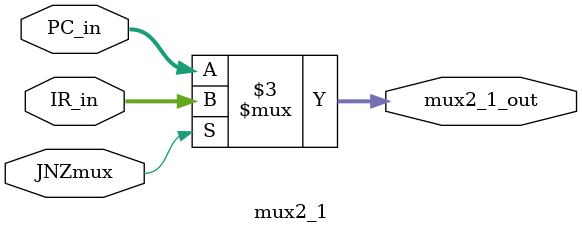
<source format=v>
module mux2_1(IR_in,mux2_1_out,JNZmux,PC_in);
        input   [3:0]IR_in;
        input   JNZmux;
        input   [3:0]PC_in;
        output  reg [3:0]mux2_1_out;
        
        always @(*) begin
                if(JNZmux) mux2_1_out = IR_in;
                else mux2_1_out = PC_in;
        end
endmodule
</source>
